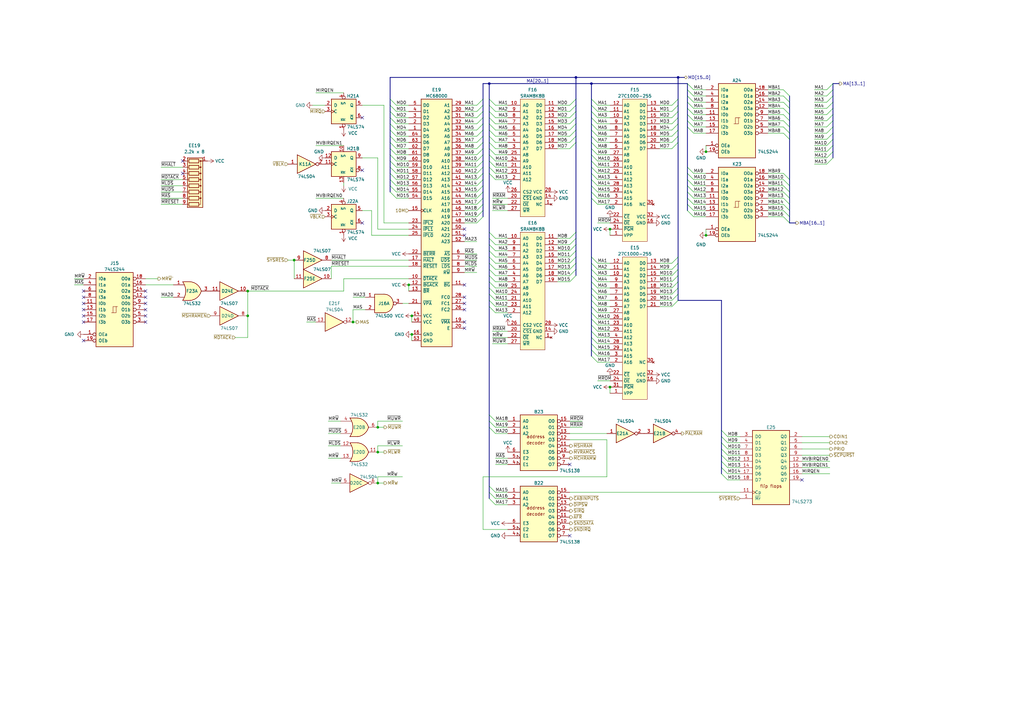
<source format=kicad_sch>
(kicad_sch (version 20230121) (generator eeschema)
  (paper "A3")
  (title_block (title "Gradius 3") (date "2024-04-11") (company "Konami GX945") (comment 1 "Ulf Skutnabba, twitter: @skutis77"))
  (junction (at 144.78 132.08))
  (junction (at 242.57 34.29))
  (junction (at 278.13 31.75))
  (junction (at 250.19 93.98))
  (junction (at 289.56 96.52))
  (junction (at 250.19 158.75))
  (junction (at 168.91 137.16))
  (junction (at 200.66 34.29))
  (junction (at 154.94 175.26))
  (junction (at 154.94 198.12))
  (junction (at 101.6 119.38))
  (junction (at 120.65 106.68))
  (junction (at 101.6 129.54))
  (junction (at 236.22 31.75))
  (junction (at 289.56 62.23))
  (junction (at 168.91 129.54))
  (junction (at 167.64 116.84))
  (junction (at 154.94 185.42))
  (no_connect (at 59.69 132.08))
  (no_connect (at 148.59 48.26))
  (no_connect (at 34.29 132.08))
  (no_connect (at 74.93 66.04))
  (no_connect (at 190.5 93.98))
  (no_connect (at 190.5 96.52))
  (no_connect (at 59.69 121.92))
  (no_connect (at 34.29 119.38))
  (no_connect (at 190.5 134.62))
  (no_connect (at 190.5 132.08))
  (no_connect (at 148.59 69.85))
  (no_connect (at 190.5 121.92))
  (no_connect (at 34.29 124.46))
  (no_connect (at 34.29 139.7))
  (no_connect (at 190.5 127))
  (no_connect (at 34.29 127))
  (no_connect (at 34.29 121.92))
  (no_connect (at 59.69 119.38))
  (no_connect (at 74.93 71.12))
  (no_connect (at 59.69 127))
  (no_connect (at 190.5 116.84))
  (no_connect (at 59.69 129.54))
  (no_connect (at 190.5 124.46))
  (no_connect (at 148.59 91.44))
  (no_connect (at 34.29 129.54))
  (no_connect (at 233.68 190.5))
  (no_connect (at 59.69 124.46))
  (no_connect (at 233.68 219.71))
  (no_connect (at 328.93 196.85))
  (bus_entry (at 242.57 146.05) (size 2.54 2.54))
  (bus_entry (at 236.22 55.88) (size -2.54 2.54))
  (bus_entry (at 203.2 120.65) (size -2.54 -2.54))
  (bus_entry (at 242.57 48.26) (size 2.54 2.54))
  (bus_entry (at 281.94 41.91) (size 2.54 2.54))
  (bus_entry (at 295.91 179.07) (size 2.54 2.54))
  (bus_entry (at 195.58 58.42) (size 2.54 -2.54))
  (bus_entry (at 203.2 53.34) (size -2.54 -2.54))
  (bus_entry (at 242.57 78.74) (size 2.54 2.54))
  (bus_entry (at 281.94 73.66) (size 2.54 2.54))
  (bus_entry (at 160.02 48.26) (size 2.54 2.54))
  (bus_entry (at 278.13 55.88) (size -2.54 2.54))
  (bus_entry (at 242.57 128.27) (size 2.54 2.54))
  (bus_entry (at 195.58 48.26) (size 2.54 -2.54))
  (bus_entry (at 236.22 100.33) (size -2.54 2.54))
  (bus_entry (at 160.02 55.88) (size 2.54 2.54))
  (bus_entry (at 339.09 62.23) (size 2.54 -2.54))
  (bus_entry (at 323.85 88.9) (size -2.54 -2.54))
  (bus_entry (at 281.94 86.36) (size 2.54 2.54))
  (bus_entry (at 236.22 107.95) (size -2.54 2.54))
  (bus_entry (at 236.22 95.25) (size -2.54 2.54))
  (bus_entry (at 295.91 191.77) (size 2.54 2.54))
  (bus_entry (at 242.57 68.58) (size 2.54 2.54))
  (bus_entry (at 323.85 41.91) (size -2.54 -2.54))
  (bus_entry (at 242.57 53.34) (size 2.54 2.54))
  (bus_entry (at 160.02 73.66) (size 2.54 2.54))
  (bus_entry (at 323.85 39.37) (size -2.54 -2.54))
  (bus_entry (at 278.13 110.49) (size -2.54 2.54))
  (bus_entry (at 242.57 135.89) (size 2.54 2.54))
  (bus_entry (at 323.85 76.2) (size -2.54 -2.54))
  (bus_entry (at 203.2 73.66) (size -2.54 -2.54))
  (bus_entry (at 236.22 53.34) (size -2.54 2.54))
  (bus_entry (at 242.57 55.88) (size 2.54 2.54))
  (bus_entry (at 236.22 113.03) (size -2.54 2.54))
  (bus_entry (at 278.13 105.41) (size -2.54 2.54))
  (bus_entry (at 281.94 71.12) (size 2.54 2.54))
  (bus_entry (at 281.94 49.53) (size 2.54 2.54))
  (bus_entry (at 242.57 123.19) (size 2.54 2.54))
  (bus_entry (at 200.66 204.47) (size 2.54 2.54))
  (bus_entry (at 295.91 181.61) (size 2.54 2.54))
  (bus_entry (at 242.57 45.72) (size 2.54 2.54))
  (bus_entry (at 195.58 43.18) (size 2.54 -2.54))
  (bus_entry (at 236.22 50.8) (size -2.54 2.54))
  (bus_entry (at 203.2 50.8) (size -2.54 -2.54))
  (bus_entry (at 323.85 73.66) (size -2.54 -2.54))
  (bus_entry (at 278.13 43.18) (size -2.54 2.54))
  (bus_entry (at 339.09 67.31) (size 2.54 -2.54))
  (bus_entry (at 203.2 58.42) (size -2.54 -2.54))
  (bus_entry (at 281.94 81.28) (size 2.54 2.54))
  (bus_entry (at 195.58 53.34) (size 2.54 -2.54))
  (bus_entry (at 203.2 123.19) (size -2.54 -2.54))
  (bus_entry (at 339.09 41.91) (size 2.54 -2.54))
  (bus_entry (at 236.22 110.49) (size -2.54 2.54))
  (bus_entry (at 242.57 50.8) (size 2.54 2.54))
  (bus_entry (at 203.2 115.57) (size -2.54 -2.54))
  (bus_entry (at 242.57 76.2) (size 2.54 2.54))
  (bus_entry (at 203.2 118.11) (size -2.54 -2.54))
  (bus_entry (at 323.85 52.07) (size -2.54 -2.54))
  (bus_entry (at 339.09 44.45) (size 2.54 -2.54))
  (bus_entry (at 281.94 36.83) (size 2.54 2.54))
  (bus_entry (at 160.02 50.8) (size 2.54 2.54))
  (bus_entry (at 278.13 40.64) (size -2.54 2.54))
  (bus_entry (at 160.02 78.74) (size 2.54 2.54))
  (bus_entry (at 281.94 46.99) (size 2.54 2.54))
  (bus_entry (at 242.57 113.03) (size 2.54 2.54))
  (bus_entry (at 236.22 40.64) (size -2.54 2.54))
  (bus_entry (at 203.2 125.73) (size -2.54 -2.54))
  (bus_entry (at 278.13 118.11) (size -2.54 2.54))
  (bus_entry (at 195.58 71.12) (size 2.54 -2.54))
  (bus_entry (at 323.85 54.61) (size -2.54 -2.54))
  (bus_entry (at 278.13 45.72) (size -2.54 2.54))
  (bus_entry (at 236.22 58.42) (size -2.54 2.54))
  (bus_entry (at 242.57 130.81) (size 2.54 2.54))
  (bus_entry (at 278.13 115.57) (size -2.54 2.54))
  (bus_entry (at 323.85 81.28) (size -2.54 -2.54))
  (bus_entry (at 160.02 40.64) (size 2.54 2.54))
  (bus_entry (at 242.57 81.28) (size 2.54 2.54))
  (bus_entry (at 200.66 170.18) (size 2.54 2.54))
  (bus_entry (at 242.57 66.04) (size 2.54 2.54))
  (bus_entry (at 160.02 71.12) (size 2.54 2.54))
  (bus_entry (at 281.94 34.29) (size 2.54 2.54))
  (bus_entry (at 339.09 57.15) (size 2.54 -2.54))
  (bus_entry (at 236.22 48.26) (size -2.54 2.54))
  (bus_entry (at 242.57 105.41) (size 2.54 2.54))
  (bus_entry (at 160.02 53.34) (size 2.54 2.54))
  (bus_entry (at 195.58 88.9) (size 2.54 -2.54))
  (bus_entry (at 339.09 36.83) (size 2.54 -2.54))
  (bus_entry (at 278.13 48.26) (size -2.54 2.54))
  (bus_entry (at 242.57 63.5) (size 2.54 2.54))
  (bus_entry (at 242.57 107.95) (size 2.54 2.54))
  (bus_entry (at 242.57 138.43) (size 2.54 2.54))
  (bus_entry (at 323.85 86.36) (size -2.54 -2.54))
  (bus_entry (at 236.22 45.72) (size -2.54 2.54))
  (bus_entry (at 242.57 125.73) (size 2.54 2.54))
  (bus_entry (at 236.22 97.79) (size -2.54 2.54))
  (bus_entry (at 160.02 45.72) (size 2.54 2.54))
  (bus_entry (at 339.09 54.61) (size 2.54 -2.54))
  (bus_entry (at 295.91 194.31) (size 2.54 2.54))
  (bus_entry (at 203.2 100.33) (size -2.54 -2.54))
  (bus_entry (at 160.02 60.96) (size 2.54 2.54))
  (bus_entry (at 295.91 186.69) (size 2.54 2.54))
  (bus_entry (at 278.13 58.42) (size -2.54 2.54))
  (bus_entry (at 323.85 46.99) (size -2.54 -2.54))
  (bus_entry (at 203.2 48.26) (size -2.54 -2.54))
  (bus_entry (at 236.22 43.18) (size -2.54 2.54))
  (bus_entry (at 323.85 91.44) (size -2.54 -2.54))
  (bus_entry (at 339.09 46.99) (size 2.54 -2.54))
  (bus_entry (at 160.02 68.58) (size 2.54 2.54))
  (bus_entry (at 242.57 73.66) (size 2.54 2.54))
  (bus_entry (at 195.58 50.8) (size 2.54 -2.54))
  (bus_entry (at 195.58 78.74) (size 2.54 -2.54))
  (bus_entry (at 200.66 201.93) (size 2.54 2.54))
  (bus_entry (at 203.2 63.5) (size -2.54 -2.54))
  (bus_entry (at 203.2 45.72) (size -2.54 -2.54))
  (bus_entry (at 203.2 71.12) (size -2.54 -2.54))
  (bus_entry (at 242.57 118.11) (size 2.54 2.54))
  (bus_entry (at 203.2 107.95) (size -2.54 -2.54))
  (bus_entry (at 295.91 189.23) (size 2.54 2.54))
  (bus_entry (at 203.2 102.87) (size -2.54 -2.54))
  (bus_entry (at 203.2 68.58) (size -2.54 -2.54))
  (bus_entry (at 195.58 76.2) (size 2.54 -2.54))
  (bus_entry (at 195.58 60.96) (size 2.54 -2.54))
  (bus_entry (at 281.94 52.07) (size 2.54 2.54))
  (bus_entry (at 203.2 128.27) (size -2.54 -2.54))
  (bus_entry (at 236.22 105.41) (size -2.54 2.54))
  (bus_entry (at 203.2 110.49) (size -2.54 -2.54))
  (bus_entry (at 278.13 53.34) (size -2.54 2.54))
  (bus_entry (at 278.13 107.95) (size -2.54 2.54))
  (bus_entry (at 242.57 120.65) (size 2.54 2.54))
  (bus_entry (at 323.85 49.53) (size -2.54 -2.54))
  (bus_entry (at 203.2 113.03) (size -2.54 -2.54))
  (bus_entry (at 195.58 45.72) (size 2.54 -2.54))
  (bus_entry (at 281.94 78.74) (size 2.54 2.54))
  (bus_entry (at 278.13 123.19) (size -2.54 2.54))
  (bus_entry (at 200.66 175.26) (size 2.54 2.54))
  (bus_entry (at 200.66 199.39) (size 2.54 2.54))
  (bus_entry (at 295.91 184.15) (size 2.54 2.54))
  (bus_entry (at 323.85 44.45) (size -2.54 -2.54))
  (bus_entry (at 203.2 60.96) (size -2.54 -2.54))
  (bus_entry (at 195.58 63.5) (size 2.54 -2.54))
  (bus_entry (at 242.57 133.35) (size 2.54 2.54))
  (bus_entry (at 195.58 73.66) (size 2.54 -2.54))
  (bus_entry (at 242.57 110.49) (size 2.54 2.54))
  (bus_entry (at 160.02 76.2) (size 2.54 2.54))
  (bus_entry (at 160.02 66.04) (size 2.54 2.54))
  (bus_entry (at 278.13 120.65) (size -2.54 2.54))
  (bus_entry (at 323.85 78.74) (size -2.54 -2.54))
  (bus_entry (at 242.57 43.18) (size 2.54 2.54))
  (bus_entry (at 195.58 66.04) (size 2.54 -2.54))
  (bus_entry (at 242.57 140.97) (size 2.54 2.54))
  (bus_entry (at 203.2 97.79) (size -2.54 -2.54))
  (bus_entry (at 195.58 55.88) (size 2.54 -2.54))
  (bus_entry (at 281.94 68.58) (size 2.54 2.54))
  (bus_entry (at 203.2 66.04) (size -2.54 -2.54))
  (bus_entry (at 160.02 58.42) (size 2.54 2.54))
  (bus_entry (at 281.94 76.2) (size 2.54 2.54))
  (bus_entry (at 195.58 83.82) (size 2.54 -2.54))
  (bus_entry (at 323.85 83.82) (size -2.54 -2.54))
  (bus_entry (at 195.58 81.28) (size 2.54 -2.54))
  (bus_entry (at 339.09 49.53) (size 2.54 -2.54))
  (bus_entry (at 281.94 44.45) (size 2.54 2.54))
  (bus_entry (at 160.02 63.5) (size 2.54 2.54))
  (bus_entry (at 323.85 57.15) (size -2.54 -2.54))
  (bus_entry (at 195.58 68.58) (size 2.54 -2.54))
  (bus_entry (at 203.2 43.18) (size -2.54 -2.54))
  (bus_entry (at 242.57 71.12) (size 2.54 2.54))
  (bus_entry (at 195.58 86.36) (size 2.54 -2.54))
  (bus_entry (at 339.09 39.37) (size 2.54 -2.54))
  (bus_entry (at 242.57 58.42) (size 2.54 2.54))
  (bus_entry (at 203.2 105.41) (size -2.54 -2.54))
  (bus_entry (at 236.22 102.87) (size -2.54 2.54))
  (bus_entry (at 295.91 176.53) (size 2.54 2.54))
  (bus_entry (at 281.94 39.37) (size 2.54 2.54))
  (bus_entry (at 339.09 59.69) (size 2.54 -2.54))
  (bus_entry (at 160.02 43.18) (size 2.54 2.54))
  (bus_entry (at 195.58 91.44) (size 2.54 -2.54))
  (bus_entry (at 281.94 83.82) (size 2.54 2.54))
  (bus_entry (at 242.57 60.96) (size 2.54 2.54))
  (bus_entry (at 242.57 115.57) (size 2.54 2.54))
  (bus_entry (at 278.13 50.8) (size -2.54 2.54))
  (bus_entry (at 242.57 40.64) (size 2.54 2.54))
  (bus_entry (at 339.09 64.77) (size 2.54 -2.54))
  (bus_entry (at 203.2 55.88) (size -2.54 -2.54))
  (bus_entry (at 278.13 113.03) (size -2.54 2.54))
  (bus_entry (at 200.66 172.72) (size 2.54 2.54))
  (bus_entry (at 242.57 143.51) (size 2.54 2.54))
  (bus_entry (at 339.09 52.07) (size 2.54 -2.54))
  (wire (pts (xy 208.28 120.65) (xy 203.2 120.65)))
  (bus (pts (xy 242.57 45.72) (xy 242.57 48.26)))
  (bus (pts (xy 236.22 105.41) (xy 236.22 107.95)))
  (bus (pts (xy 323.85 57.15) (xy 323.85 54.61)))
  (bus (pts (xy 200.66 97.79) (xy 200.66 100.33)))
  (wire (pts (xy 245.11 130.81) (xy 250.19 130.81)))
  (bus (pts (xy 323.85 54.61) (xy 323.85 52.07)))
  (bus (pts (xy 242.57 120.65) (xy 242.57 123.19)))
  (bus (pts (xy 278.13 50.8) (xy 278.13 48.26)))
  (bus (pts (xy 281.94 52.07) (xy 281.94 68.58)))
  (wire (pts (xy 208.28 128.27) (xy 203.2 128.27)))
  (bus (pts (xy 278.13 115.57) (xy 278.13 113.03)))
  (wire (pts (xy 314.96 86.36) (xy 321.31 86.36)))
  (bus (pts (xy 242.57 118.11) (xy 242.57 120.65)))
  (wire (pts (xy 245.11 73.66) (xy 250.19 73.66)))
  (bus (pts (xy 278.13 123.19) (xy 278.13 120.65)))
  (bus (pts (xy 242.57 71.12) (xy 242.57 73.66)))
  (wire (pts (xy 228.6 55.88) (xy 233.68 55.88)))
  (wire (pts (xy 190.5 104.14) (xy 195.58 104.14)))
  (bus (pts (xy 242.57 68.58) (xy 242.57 71.12)))
  (wire (pts (xy 334.01 52.07) (xy 339.09 52.07)))
  (wire (pts (xy 190.5 76.2) (xy 195.58 76.2)))
  (wire (pts (xy 208.28 55.88) (xy 203.2 55.88)))
  (bus (pts (xy 341.63 49.53) (xy 341.63 52.07)))
  (bus (pts (xy 200.66 113.03) (xy 200.66 115.57)))
  (bus (pts (xy 198.12 40.64) (xy 198.12 43.18)))
  (wire (pts (xy 144.78 121.92) (xy 149.86 121.92)))
  (wire (pts (xy 334.01 49.53) (xy 339.09 49.53)))
  (wire (pts (xy 233.68 175.26) (xy 238.76 175.26)))
  (wire (pts (xy 162.56 50.8) (xy 167.64 50.8)))
  (bus (pts (xy 242.57 135.89) (xy 242.57 138.43)))
  (wire (pts (xy 154.94 64.77) (xy 154.94 93.98)))
  (bus (pts (xy 278.13 58.42) (xy 278.13 55.88)))
  (wire (pts (xy 245.11 50.8) (xy 250.19 50.8)))
  (wire (pts (xy 118.11 106.68) (xy 120.65 106.68)))
  (bus (pts (xy 200.66 48.26) (xy 200.66 50.8)))
  (bus (pts (xy 236.22 31.75) (xy 236.22 40.64)))
  (wire (pts (xy 245.11 120.65) (xy 250.19 120.65)))
  (wire (pts (xy 284.48 36.83) (xy 289.56 36.83)))
  (bus (pts (xy 281.94 41.91) (xy 281.94 44.45)))
  (wire (pts (xy 284.48 52.07) (xy 289.56 52.07)))
  (wire (pts (xy 162.56 45.72) (xy 167.64 45.72)))
  (wire (pts (xy 245.11 55.88) (xy 250.19 55.88)))
  (wire (pts (xy 334.01 41.91) (xy 339.09 41.91)))
  (bus (pts (xy 236.22 102.87) (xy 236.22 105.41)))
  (wire (pts (xy 298.45 194.31) (xy 303.53 194.31)))
  (wire (pts (xy 245.11 110.49) (xy 250.19 110.49)))
  (bus (pts (xy 160.02 66.04) (xy 160.02 68.58)))
  (bus (pts (xy 323.85 83.82) (xy 323.85 81.28)))
  (bus (pts (xy 236.22 107.95) (xy 236.22 110.49)))
  (wire (pts (xy 135.89 198.12) (xy 139.7 198.12)))
  (bus (pts (xy 341.63 62.23) (xy 341.63 64.77)))
  (wire (pts (xy 298.45 184.15) (xy 303.53 184.15)))
  (wire (pts (xy 162.56 60.96) (xy 167.64 60.96)))
  (wire (pts (xy 203.2 201.93) (xy 208.28 201.93)))
  (bus (pts (xy 323.85 52.07) (xy 323.85 49.53)))
  (bus (pts (xy 281.94 81.28) (xy 281.94 83.82)))
  (wire (pts (xy 203.2 177.8) (xy 208.28 177.8)))
  (bus (pts (xy 281.94 44.45) (xy 281.94 46.99)))
  (wire (pts (xy 66.04 76.2) (xy 74.93 76.2)))
  (bus (pts (xy 278.13 107.95) (xy 278.13 105.41)))
  (bus (pts (xy 242.57 81.28) (xy 242.57 105.41)))
  (wire (pts (xy 233.68 180.34) (xy 248.92 180.34)))
  (wire (pts (xy 284.48 78.74) (xy 289.56 78.74)))
  (bus (pts (xy 236.22 31.75) (xy 278.13 31.75)))
  (bus (pts (xy 341.63 34.29) (xy 341.63 36.83)))
  (wire (pts (xy 250.19 93.98) (xy 250.19 96.52)))
  (wire (pts (xy 162.56 58.42) (xy 167.64 58.42)))
  (bus (pts (xy 200.66 45.72) (xy 200.66 48.26)))
  (wire (pts (xy 190.5 106.68) (xy 195.58 106.68)))
  (wire (pts (xy 190.5 71.12) (xy 195.58 71.12)))
  (wire (pts (xy 201.93 81.28) (xy 208.28 81.28)))
  (bus (pts (xy 200.66 172.72) (xy 200.66 175.26)))
  (bus (pts (xy 160.02 50.8) (xy 160.02 53.34)))
  (wire (pts (xy 284.48 54.61) (xy 289.56 54.61)))
  (bus (pts (xy 295.91 189.23) (xy 295.91 191.77)))
  (wire (pts (xy 233.68 115.57) (xy 228.6 115.57)))
  (bus (pts (xy 242.57 130.81) (xy 242.57 133.35)))
  (wire (pts (xy 157.48 91.44) (xy 167.64 91.44)))
  (bus (pts (xy 242.57 113.03) (xy 242.57 115.57)))
  (wire (pts (xy 275.59 115.57) (xy 270.51 115.57)))
  (bus (pts (xy 341.63 34.29) (xy 344.17 34.29)))
  (wire (pts (xy 190.5 109.22) (xy 195.58 109.22)))
  (wire (pts (xy 270.51 45.72) (xy 275.59 45.72)))
  (wire (pts (xy 120.65 106.68) (xy 120.65 114.3)))
  (bus (pts (xy 295.91 186.69) (xy 295.91 189.23)))
  (bus (pts (xy 281.94 78.74) (xy 281.94 81.28)))
  (wire (pts (xy 208.28 43.18) (xy 203.2 43.18)))
  (bus (pts (xy 200.66 60.96) (xy 200.66 63.5)))
  (bus (pts (xy 200.66 66.04) (xy 200.66 68.58)))
  (bus (pts (xy 278.13 40.64) (xy 278.13 31.75)))
  (wire (pts (xy 284.48 73.66) (xy 289.56 73.66)))
  (wire (pts (xy 162.56 78.74) (xy 167.64 78.74)))
  (bus (pts (xy 278.13 31.75) (xy 280.67 31.75)))
  (wire (pts (xy 334.01 64.77) (xy 339.09 64.77)))
  (wire (pts (xy 314.96 73.66) (xy 321.31 73.66)))
  (wire (pts (xy 233.68 107.95) (xy 228.6 107.95)))
  (wire (pts (xy 190.5 81.28) (xy 195.58 81.28)))
  (bus (pts (xy 281.94 39.37) (xy 281.94 41.91)))
  (bus (pts (xy 236.22 100.33) (xy 236.22 102.87)))
  (wire (pts (xy 245.11 63.5) (xy 250.19 63.5)))
  (bus (pts (xy 341.63 52.07) (xy 341.63 54.61)))
  (wire (pts (xy 228.6 48.26) (xy 233.68 48.26)))
  (bus (pts (xy 200.66 102.87) (xy 200.66 105.41)))
  (bus (pts (xy 236.22 48.26) (xy 236.22 50.8)))
  (wire (pts (xy 334.01 54.61) (xy 339.09 54.61)))
  (wire (pts (xy 208.28 125.73) (xy 203.2 125.73)))
  (bus (pts (xy 236.22 40.64) (xy 236.22 43.18)))
  (wire (pts (xy 135.89 114.3) (xy 135.89 109.22)))
  (wire (pts (xy 334.01 36.83) (xy 339.09 36.83)))
  (bus (pts (xy 242.57 66.04) (xy 242.57 68.58)))
  (wire (pts (xy 201.93 86.36) (xy 208.28 86.36)))
  (bus (pts (xy 341.63 54.61) (xy 341.63 57.15)))
  (wire (pts (xy 208.28 100.33) (xy 203.2 100.33)))
  (wire (pts (xy 314.96 39.37) (xy 321.31 39.37)))
  (bus (pts (xy 341.63 59.69) (xy 341.63 62.23)))
  (wire (pts (xy 190.5 99.06) (xy 195.58 99.06)))
  (bus (pts (xy 198.12 73.66) (xy 198.12 76.2)))
  (wire (pts (xy 245.11 66.04) (xy 250.19 66.04)))
  (wire (pts (xy 190.5 60.96) (xy 195.58 60.96)))
  (bus (pts (xy 281.94 46.99) (xy 281.94 49.53)))
  (wire (pts (xy 190.5 111.76) (xy 195.58 111.76)))
  (bus (pts (xy 278.13 120.65) (xy 278.13 118.11)))
  (bus (pts (xy 341.63 39.37) (xy 341.63 41.91)))
  (wire (pts (xy 245.11 115.57) (xy 250.19 115.57)))
  (wire (pts (xy 270.51 50.8) (xy 275.59 50.8)))
  (bus (pts (xy 198.12 50.8) (xy 198.12 53.34)))
  (wire (pts (xy 140.97 74.93) (xy 140.97 76.2)))
  (wire (pts (xy 275.59 125.73) (xy 270.51 125.73)))
  (wire (pts (xy 228.6 45.72) (xy 233.68 45.72)))
  (bus (pts (xy 281.94 83.82) (xy 281.94 86.36)))
  (bus (pts (xy 200.66 34.29) (xy 242.57 34.29)))
  (bus (pts (xy 242.57 53.34) (xy 242.57 55.88)))
  (bus (pts (xy 323.85 91.44) (xy 323.85 88.9)))
  (wire (pts (xy 165.1 124.46) (xy 167.64 124.46)))
  (wire (pts (xy 208.28 71.12) (xy 203.2 71.12)))
  (wire (pts (xy 190.5 50.8) (xy 195.58 50.8)))
  (wire (pts (xy 66.04 83.82) (xy 74.93 83.82)))
  (bus (pts (xy 200.66 118.11) (xy 200.66 120.65)))
  (wire (pts (xy 190.5 73.66) (xy 195.58 73.66)))
  (wire (pts (xy 270.51 53.34) (xy 275.59 53.34)))
  (wire (pts (xy 233.68 110.49) (xy 228.6 110.49)))
  (wire (pts (xy 154.94 195.58) (xy 165.1 195.58)))
  (wire (pts (xy 289.56 93.98) (xy 289.56 96.52)))
  (wire (pts (xy 162.56 71.12) (xy 167.64 71.12)))
  (bus (pts (xy 198.12 53.34) (xy 198.12 55.88)))
  (bus (pts (xy 198.12 60.96) (xy 198.12 63.5)))
  (bus (pts (xy 236.22 45.72) (xy 236.22 48.26)))
  (wire (pts (xy 275.59 118.11) (xy 270.51 118.11)))
  (bus (pts (xy 278.13 113.03) (xy 278.13 110.49)))
  (bus (pts (xy 200.66 120.65) (xy 200.66 123.19)))
  (wire (pts (xy 146.05 132.08) (xy 144.78 132.08)))
  (wire (pts (xy 157.48 185.42) (xy 154.94 185.42)))
  (wire (pts (xy 250.19 158.75) (xy 250.19 161.29)))
  (bus (pts (xy 236.22 110.49) (xy 236.22 113.03)))
  (wire (pts (xy 201.93 83.82) (xy 208.28 83.82)))
  (bus (pts (xy 278.13 45.72) (xy 278.13 43.18)))
  (bus (pts (xy 341.63 57.15) (xy 341.63 59.69)))
  (bus (pts (xy 242.57 43.18) (xy 242.57 45.72)))
  (bus (pts (xy 236.22 97.79) (xy 236.22 100.33)))
  (bus (pts (xy 323.85 41.91) (xy 323.85 39.37)))
  (wire (pts (xy 314.96 76.2) (xy 321.31 76.2)))
  (wire (pts (xy 162.56 66.04) (xy 167.64 66.04)))
  (bus (pts (xy 200.66 199.39) (xy 200.66 201.93)))
  (bus (pts (xy 160.02 73.66) (xy 160.02 76.2)))
  (bus (pts (xy 160.02 53.34) (xy 160.02 55.88)))
  (wire (pts (xy 314.96 81.28) (xy 321.31 81.28)))
  (bus (pts (xy 160.02 43.18) (xy 160.02 45.72)))
  (wire (pts (xy 190.5 68.58) (xy 195.58 68.58)))
  (wire (pts (xy 66.04 73.66) (xy 74.93 73.66)))
  (wire (pts (xy 328.93 189.23) (xy 340.36 189.23)))
  (wire (pts (xy 228.6 43.18) (xy 233.68 43.18)))
  (bus (pts (xy 200.66 34.29) (xy 200.66 40.64)))
  (wire (pts (xy 162.56 73.66) (xy 167.64 73.66)))
  (bus (pts (xy 200.66 105.41) (xy 200.66 107.95)))
  (wire (pts (xy 245.11 81.28) (xy 250.19 81.28)))
  (bus (pts (xy 200.66 100.33) (xy 200.66 102.87)))
  (wire (pts (xy 314.96 54.61) (xy 321.31 54.61)))
  (bus (pts (xy 200.66 50.8) (xy 200.66 53.34)))
  (wire (pts (xy 245.11 140.97) (xy 250.19 140.97)))
  (wire (pts (xy 208.28 107.95) (xy 203.2 107.95)))
  (wire (pts (xy 228.6 53.34) (xy 233.68 53.34)))
  (bus (pts (xy 278.13 110.49) (xy 278.13 107.95)))
  (bus (pts (xy 200.66 55.88) (xy 200.66 58.42)))
  (wire (pts (xy 154.94 93.98) (xy 167.64 93.98)))
  (wire (pts (xy 245.11 71.12) (xy 250.19 71.12)))
  (wire (pts (xy 208.28 50.8) (xy 203.2 50.8)))
  (bus (pts (xy 323.85 76.2) (xy 323.85 73.66)))
  (wire (pts (xy 314.96 46.99) (xy 321.31 46.99)))
  (wire (pts (xy 208.28 123.19) (xy 203.2 123.19)))
  (bus (pts (xy 295.91 181.61) (xy 295.91 184.15)))
  (bus (pts (xy 200.66 58.42) (xy 200.66 60.96)))
  (bus (pts (xy 236.22 50.8) (xy 236.22 53.34)))
  (bus (pts (xy 200.66 125.73) (xy 200.66 170.18)))
  (bus (pts (xy 160.02 40.64) (xy 160.02 43.18)))
  (bus (pts (xy 198.12 63.5) (xy 198.12 66.04)))
  (wire (pts (xy 134.62 182.88) (xy 139.7 182.88)))
  (wire (pts (xy 148.59 64.77) (xy 154.94 64.77)))
  (wire (pts (xy 298.45 191.77) (xy 303.53 191.77)))
  (wire (pts (xy 203.2 172.72) (xy 208.28 172.72)))
  (wire (pts (xy 275.59 113.03) (xy 270.51 113.03)))
  (wire (pts (xy 208.28 58.42) (xy 203.2 58.42)))
  (bus (pts (xy 278.13 55.88) (xy 278.13 53.34)))
  (bus (pts (xy 341.63 36.83) (xy 341.63 39.37)))
  (bus (pts (xy 198.12 78.74) (xy 198.12 81.28)))
  (bus (pts (xy 323.85 88.9) (xy 323.85 86.36)))
  (wire (pts (xy 314.96 41.91) (xy 321.31 41.91)))
  (wire (pts (xy 30.48 114.3) (xy 34.29 114.3)))
  (wire (pts (xy 198.12 195.58) (xy 198.12 217.17)))
  (wire (pts (xy 228.6 60.96) (xy 233.68 60.96)))
  (wire (pts (xy 298.45 189.23) (xy 303.53 189.23)))
  (wire (pts (xy 334.01 46.99) (xy 339.09 46.99)))
  (wire (pts (xy 162.56 55.88) (xy 167.64 55.88)))
  (bus (pts (xy 160.02 76.2) (xy 160.02 78.74)))
  (wire (pts (xy 275.59 110.49) (xy 270.51 110.49)))
  (bus (pts (xy 295.91 123.19) (xy 295.91 176.53)))
  (wire (pts (xy 284.48 41.91) (xy 289.56 41.91)))
  (wire (pts (xy 340.36 179.07) (xy 328.93 179.07)))
  (wire (pts (xy 157.48 175.26) (xy 154.94 175.26)))
  (wire (pts (xy 245.11 78.74) (xy 250.19 78.74)))
  (wire (pts (xy 140.97 114.3) (xy 167.64 114.3)))
  (wire (pts (xy 245.11 83.82) (xy 250.19 83.82)))
  (wire (pts (xy 233.68 172.72) (xy 238.76 172.72)))
  (bus (pts (xy 160.02 55.88) (xy 160.02 58.42)))
  (wire (pts (xy 284.48 71.12) (xy 289.56 71.12)))
  (wire (pts (xy 208.28 53.34) (xy 203.2 53.34)))
  (bus (pts (xy 281.94 68.58) (xy 281.94 71.12)))
  (wire (pts (xy 245.11 125.73) (xy 250.19 125.73)))
  (wire (pts (xy 154.94 185.42) (xy 154.94 182.88)))
  (wire (pts (xy 314.96 83.82) (xy 321.31 83.82)))
  (bus (pts (xy 242.57 105.41) (xy 242.57 107.95)))
  (wire (pts (xy 208.28 113.03) (xy 203.2 113.03)))
  (wire (pts (xy 154.94 198.12) (xy 154.94 195.58)))
  (wire (pts (xy 245.11 138.43) (xy 250.19 138.43)))
  (wire (pts (xy 245.11 68.58) (xy 250.19 68.58)))
  (wire (pts (xy 270.51 48.26) (xy 275.59 48.26)))
  (bus (pts (xy 242.57 48.26) (xy 242.57 50.8)))
  (bus (pts (xy 323.85 49.53) (xy 323.85 46.99)))
  (wire (pts (xy 101.6 119.38) (xy 140.97 119.38)))
  (wire (pts (xy 245.11 148.59) (xy 250.19 148.59)))
  (bus (pts (xy 281.94 73.66) (xy 281.94 76.2)))
  (wire (pts (xy 190.5 58.42) (xy 195.58 58.42)))
  (bus (pts (xy 160.02 40.64) (xy 160.02 31.75)))
  (wire (pts (xy 245.11 118.11) (xy 250.19 118.11)))
  (wire (pts (xy 64.77 114.3) (xy 59.69 114.3)))
  (wire (pts (xy 208.28 73.66) (xy 203.2 73.66)))
  (bus (pts (xy 160.02 68.58) (xy 160.02 71.12)))
  (bus (pts (xy 242.57 34.29) (xy 281.94 34.29)))
  (wire (pts (xy 314.96 49.53) (xy 321.31 49.53)))
  (wire (pts (xy 201.93 140.97) (xy 208.28 140.97)))
  (wire (pts (xy 284.48 39.37) (xy 289.56 39.37)))
  (wire (pts (xy 245.11 135.89) (xy 250.19 135.89)))
  (bus (pts (xy 242.57 140.97) (xy 242.57 143.51)))
  (bus (pts (xy 242.57 123.19) (xy 242.57 125.73)))
  (wire (pts (xy 270.51 43.18) (xy 275.59 43.18)))
  (wire (pts (xy 208.28 66.04) (xy 203.2 66.04)))
  (bus (pts (xy 278.13 123.19) (xy 295.91 123.19)))
  (bus (pts (xy 242.57 107.95) (xy 242.57 110.49)))
  (wire (pts (xy 334.01 39.37) (xy 339.09 39.37)))
  (wire (pts (xy 129.54 59.69) (xy 140.97 59.69)))
  (bus (pts (xy 198.12 76.2) (xy 198.12 78.74)))
  (wire (pts (xy 30.48 116.84) (xy 34.29 116.84)))
  (wire (pts (xy 328.93 191.77) (xy 340.36 191.77)))
  (bus (pts (xy 198.12 34.29) (xy 200.66 34.29)))
  (bus (pts (xy 323.85 91.44) (xy 326.39 91.44)))
  (bus (pts (xy 242.57 73.66) (xy 242.57 76.2)))
  (wire (pts (xy 129.54 38.1) (xy 140.97 38.1)))
  (wire (pts (xy 275.59 123.19) (xy 270.51 123.19)))
  (wire (pts (xy 167.64 116.84) (xy 167.64 119.38)))
  (wire (pts (xy 135.89 109.22) (xy 167.64 109.22)))
  (wire (pts (xy 245.11 43.18) (xy 250.19 43.18)))
  (wire (pts (xy 208.28 102.87) (xy 203.2 102.87)))
  (wire (pts (xy 334.01 59.69) (xy 339.09 59.69)))
  (wire (pts (xy 190.5 55.88) (xy 195.58 55.88)))
  (wire (pts (xy 208.28 60.96) (xy 203.2 60.96)))
  (bus (pts (xy 198.12 43.18) (xy 198.12 45.72)))
  (wire (pts (xy 201.93 135.89) (xy 208.28 135.89)))
  (wire (pts (xy 340.36 184.15) (xy 328.93 184.15)))
  (bus (pts (xy 281.94 71.12) (xy 281.94 73.66)))
  (wire (pts (xy 334.01 44.45) (xy 339.09 44.45)))
  (bus (pts (xy 278.13 118.11) (xy 278.13 115.57)))
  (bus (pts (xy 295.91 184.15) (xy 295.91 186.69)))
  (wire (pts (xy 190.5 45.72) (xy 195.58 45.72)))
  (wire (pts (xy 233.68 177.8) (xy 248.92 177.8)))
  (wire (pts (xy 270.51 58.42) (xy 275.59 58.42)))
  (bus (pts (xy 323.85 86.36) (xy 323.85 83.82)))
  (wire (pts (xy 134.62 187.96) (xy 139.7 187.96)))
  (wire (pts (xy 190.5 43.18) (xy 195.58 43.18)))
  (wire (pts (xy 284.48 83.82) (xy 289.56 83.82)))
  (wire (pts (xy 245.11 123.19) (xy 250.19 123.19)))
  (wire (pts (xy 245.11 133.35) (xy 250.19 133.35)))
  (bus (pts (xy 281.94 76.2) (xy 281.94 78.74)))
  (wire (pts (xy 66.04 68.58) (xy 74.93 68.58)))
  (wire (pts (xy 245.11 58.42) (xy 250.19 58.42)))
  (bus (pts (xy 242.57 125.73) (xy 242.57 128.27)))
  (bus (pts (xy 242.57 60.96) (xy 242.57 63.5)))
  (wire (pts (xy 190.5 66.04) (xy 195.58 66.04)))
  (wire (pts (xy 101.6 138.43) (xy 101.6 129.54)))
  (wire (pts (xy 162.56 63.5) (xy 167.64 63.5)))
  (wire (pts (xy 289.56 59.69) (xy 289.56 62.23)))
  (bus (pts (xy 242.57 143.51) (xy 242.57 146.05)))
  (wire (pts (xy 190.5 78.74) (xy 195.58 78.74)))
  (wire (pts (xy 198.12 195.58) (xy 248.92 195.58)))
  (wire (pts (xy 152.4 96.52) (xy 152.4 86.36)))
  (bus (pts (xy 236.22 58.42) (xy 236.22 95.25)))
  (wire (pts (xy 340.36 186.69) (xy 328.93 186.69)))
  (wire (pts (xy 101.6 119.38) (xy 101.6 129.54)))
  (bus (pts (xy 242.57 40.64) (xy 242.57 43.18)))
  (bus (pts (xy 341.63 41.91) (xy 341.63 44.45)))
  (wire (pts (xy 154.94 175.26) (xy 154.94 172.72)))
  (wire (pts (xy 208.28 45.72) (xy 203.2 45.72)))
  (bus (pts (xy 281.94 49.53) (xy 281.94 52.07)))
  (bus (pts (xy 242.57 128.27) (xy 242.57 130.81)))
  (wire (pts (xy 233.68 113.03) (xy 228.6 113.03)))
  (bus (pts (xy 242.57 133.35) (xy 242.57 135.89)))
  (bus (pts (xy 200.66 201.93) (xy 200.66 204.47)))
  (bus (pts (xy 242.57 138.43) (xy 242.57 140.97)))
  (wire (pts (xy 190.5 91.44) (xy 195.58 91.44)))
  (bus (pts (xy 200.66 115.57) (xy 200.66 118.11)))
  (bus (pts (xy 198.12 48.26) (xy 198.12 50.8)))
  (bus (pts (xy 278.13 105.41) (xy 278.13 58.42)))
  (wire (pts (xy 275.59 107.95) (xy 270.51 107.95)))
  (bus (pts (xy 323.85 46.99) (xy 323.85 44.45)))
  (wire (pts (xy 190.5 88.9) (xy 195.58 88.9)))
  (wire (pts (xy 245.11 91.44) (xy 250.19 91.44)))
  (wire (pts (xy 340.36 181.61) (xy 328.93 181.61)))
  (bus (pts (xy 160.02 71.12) (xy 160.02 73.66)))
  (wire (pts (xy 190.5 83.82) (xy 195.58 83.82)))
  (bus (pts (xy 242.57 115.57) (xy 242.57 118.11)))
  (bus (pts (xy 295.91 179.07) (xy 295.91 181.61)))
  (wire (pts (xy 154.94 182.88) (xy 165.1 182.88)))
  (wire (pts (xy 245.11 45.72) (xy 250.19 45.72)))
  (wire (pts (xy 245.11 53.34) (xy 250.19 53.34)))
  (bus (pts (xy 200.66 53.34) (xy 200.66 55.88)))
  (wire (pts (xy 162.56 76.2) (xy 167.64 76.2)))
  (wire (pts (xy 162.56 48.26) (xy 167.64 48.26)))
  (wire (pts (xy 314.96 88.9) (xy 321.31 88.9)))
  (wire (pts (xy 125.73 132.08) (xy 129.54 132.08)))
  (wire (pts (xy 245.11 76.2) (xy 250.19 76.2)))
  (bus (pts (xy 323.85 73.66) (xy 323.85 57.15)))
  (bus (pts (xy 242.57 50.8) (xy 242.57 53.34)))
  (bus (pts (xy 236.22 95.25) (xy 236.22 97.79)))
  (wire (pts (xy 245.11 156.21) (xy 250.19 156.21)))
  (wire (pts (xy 144.78 132.08) (xy 144.78 127)))
  (bus (pts (xy 200.66 123.19) (xy 200.66 125.73)))
  (bus (pts (xy 236.22 43.18) (xy 236.22 45.72)))
  (wire (pts (xy 154.94 172.72) (xy 165.1 172.72)))
  (wire (pts (xy 203.2 175.26) (xy 208.28 175.26)))
  (wire (pts (xy 298.45 196.85) (xy 303.53 196.85)))
  (wire (pts (xy 190.5 86.36) (xy 195.58 86.36)))
  (wire (pts (xy 203.2 190.5) (xy 208.28 190.5)))
  (bus (pts (xy 341.63 44.45) (xy 341.63 46.99)))
  (bus (pts (xy 341.63 46.99) (xy 341.63 49.53)))
  (bus (pts (xy 160.02 58.42) (xy 160.02 60.96)))
  (wire (pts (xy 284.48 49.53) (xy 289.56 49.53)))
  (bus (pts (xy 323.85 78.74) (xy 323.85 76.2)))
  (wire (pts (xy 203.2 207.01) (xy 208.28 207.01)))
  (wire (pts (xy 162.56 81.28) (xy 167.64 81.28)))
  (bus (pts (xy 200.66 68.58) (xy 200.66 71.12)))
  (wire (pts (xy 314.96 36.83) (xy 321.31 36.83)))
  (bus (pts (xy 200.66 110.49) (xy 200.66 113.03)))
  (bus (pts (xy 278.13 48.26) (xy 278.13 45.72)))
  (wire (pts (xy 208.28 63.5) (xy 203.2 63.5)))
  (wire (pts (xy 162.56 53.34) (xy 167.64 53.34)))
  (wire (pts (xy 314.96 71.12) (xy 321.31 71.12)))
  (bus (pts (xy 323.85 81.28) (xy 323.85 78.74)))
  (bus (pts (xy 200.66 107.95) (xy 200.66 110.49)))
  (wire (pts (xy 157.48 43.18) (xy 157.48 91.44)))
  (wire (pts (xy 245.11 48.26) (xy 250.19 48.26)))
  (wire (pts (xy 245.11 146.05) (xy 250.19 146.05)))
  (wire (pts (xy 270.51 55.88) (xy 275.59 55.88)))
  (bus (pts (xy 236.22 55.88) (xy 236.22 58.42)))
  (bus (pts (xy 200.66 175.26) (xy 200.66 199.39)))
  (wire (pts (xy 298.45 181.61) (xy 303.53 181.61)))
  (wire (pts (xy 208.28 105.41) (xy 203.2 105.41)))
  (wire (pts (xy 208.28 68.58) (xy 203.2 68.58)))
  (bus (pts (xy 278.13 53.34) (xy 278.13 50.8)))
  (wire (pts (xy 190.5 63.5) (xy 195.58 63.5)))
  (wire (pts (xy 190.5 48.26) (xy 195.58 48.26)))
  (wire (pts (xy 275.59 120.65) (xy 270.51 120.65)))
  (wire (pts (xy 134.62 172.72) (xy 139.7 172.72)))
  (wire (pts (xy 298.45 186.69) (xy 303.53 186.69)))
  (wire (pts (xy 233.68 100.33) (xy 228.6 100.33)))
  (bus (pts (xy 198.12 71.12) (xy 198.12 73.66)))
  (wire (pts (xy 208.28 115.57) (xy 203.2 115.57)))
  (wire (pts (xy 66.04 81.28) (xy 74.93 81.28)))
  (wire (pts (xy 270.51 60.96) (xy 275.59 60.96)))
  (wire (pts (xy 201.93 138.43) (xy 208.28 138.43)))
  (bus (pts (xy 198.12 55.88) (xy 198.12 58.42)))
  (wire (pts (xy 66.04 121.92) (xy 71.12 121.92)))
  (wire (pts (xy 284.48 86.36) (xy 289.56 86.36)))
  (wire (pts (xy 208.28 110.49) (xy 203.2 110.49)))
  (wire (pts (xy 162.56 68.58) (xy 167.64 68.58)))
  (bus (pts (xy 160.02 31.75) (xy 236.22 31.75)))
  (wire (pts (xy 152.4 86.36) (xy 148.59 86.36)))
  (wire (pts (xy 228.6 50.8) (xy 233.68 50.8)))
  (bus (pts (xy 200.66 43.18) (xy 200.66 45.72)))
  (wire (pts (xy 148.59 43.18) (xy 157.48 43.18)))
  (bus (pts (xy 160.02 48.26) (xy 160.02 50.8)))
  (wire (pts (xy 284.48 44.45) (xy 289.56 44.45)))
  (bus (pts (xy 295.91 191.77) (xy 295.91 194.31)))
  (wire (pts (xy 334.01 67.31) (xy 339.09 67.31)))
  (bus (pts (xy 200.66 170.18) (xy 200.66 172.72)))
  (bus (pts (xy 198.12 40.64) (xy 198.12 34.29)))
  (wire (pts (xy 168.91 137.16) (xy 168.91 139.7)))
  (bus (pts (xy 198.12 68.58) (xy 198.12 71.12)))
  (wire (pts (xy 233.68 105.41) (xy 228.6 105.41)))
  (wire (pts (xy 245.11 143.51) (xy 250.19 143.51)))
  (wire (pts (xy 190.5 53.34) (xy 195.58 53.34)))
  (wire (pts (xy 144.78 127) (xy 149.86 127)))
  (bus (pts (xy 200.66 95.25) (xy 200.66 97.79)))
  (bus (pts (xy 198.12 66.04) (xy 198.12 68.58)))
  (wire (pts (xy 129.54 81.28) (xy 140.97 81.28)))
  (wire (pts (xy 135.89 106.68) (xy 167.64 106.68)))
  (wire (pts (xy 284.48 88.9) (xy 289.56 88.9)))
  (wire (pts (xy 248.92 180.34) (xy 248.92 195.58)))
  (wire (pts (xy 128.27 43.18) (xy 133.35 43.18)))
  (bus (pts (xy 281.94 36.83) (xy 281.94 39.37)))
  (bus (pts (xy 242.57 63.5) (xy 242.57 66.04)))
  (wire (pts (xy 66.04 78.74) (xy 74.93 78.74)))
  (wire (pts (xy 245.11 113.03) (xy 250.19 113.03)))
  (wire (pts (xy 96.52 138.43) (xy 101.6 138.43)))
  (wire (pts (xy 208.28 118.11) (xy 203.2 118.11)))
  (wire (pts (xy 245.11 128.27) (xy 250.19 128.27)))
  (wire (pts (xy 314.96 44.45) (xy 321.31 44.45)))
  (wire (pts (xy 203.2 187.96) (xy 208.28 187.96)))
  (bus (pts (xy 242.57 34.29) (xy 242.57 40.64)))
  (bus (pts (xy 160.02 60.96) (xy 160.02 63.5)))
  (wire (pts (xy 284.48 46.99) (xy 289.56 46.99)))
  (wire (pts (xy 198.12 217.17) (xy 208.28 217.17)))
  (bus (pts (xy 160.02 63.5) (xy 160.02 66.04)))
  (bus (pts (xy 295.91 176.53) (xy 295.91 179.07)))
  (wire (pts (xy 245.11 60.96) (xy 250.19 60.96)))
  (bus (pts (xy 242.57 76.2) (xy 242.57 78.74)))
  (wire (pts (xy 298.45 179.07) (xy 303.53 179.07)))
  (wire (pts (xy 233.68 97.79) (xy 228.6 97.79)))
  (bus (pts (xy 323.85 44.45) (xy 323.85 41.91)))
  (wire (pts (xy 284.48 81.28) (xy 289.56 81.28)))
  (wire (pts (xy 162.56 43.18) (xy 167.64 43.18)))
  (bus (pts (xy 198.12 83.82) (xy 198.12 86.36)))
  (bus (pts (xy 200.66 71.12) (xy 200.66 95.25)))
  (wire (pts (xy 314.96 78.74) (xy 321.31 78.74)))
  (bus (pts (xy 242.57 110.49) (xy 242.57 113.03)))
  (wire (pts (xy 284.48 76.2) (xy 289.56 76.2)))
  (wire (pts (xy 168.91 129.54) (xy 168.91 132.08)))
  (bus (pts (xy 198.12 45.72) (xy 198.12 48.26)))
  (bus (pts (xy 200.66 63.5) (xy 200.66 66.04)))
  (wire (pts (xy 152.4 96.52) (xy 167.64 96.52)))
  (wire (pts (xy 208.28 48.26) (xy 203.2 48.26)))
  (bus (pts (xy 278.13 43.18) (xy 278.13 40.64)))
  (wire (pts (xy 233.68 201.93) (xy 303.53 201.93)))
  (wire (pts (xy 59.69 116.84) (xy 71.12 116.84)))
  (bus (pts (xy 198.12 86.36) (xy 198.12 88.9)))
  (wire (pts (xy 314.96 52.07) (xy 321.31 52.07)))
  (bus (pts (xy 200.66 40.64) (xy 200.66 43.18)))
  (wire (pts (xy 228.6 58.42) (xy 233.68 58.42)))
  (wire (pts (xy 134.62 177.8) (xy 139.7 177.8)))
  (bus (pts (xy 198.12 81.28) (xy 198.12 83.82)))
  (wire (pts (xy 140.97 119.38) (xy 140.97 114.3)))
  (wire (pts (xy 328.93 194.31) (xy 340.36 194.31)))
  (bus (pts (xy 242.57 78.74) (xy 242.57 81.28)))
  (wire (pts (xy 203.2 204.47) (xy 208.28 204.47)))
  (wire (pts (xy 208.28 97.79) (xy 203.2 97.79)))
  (bus (pts (xy 160.02 45.72) (xy 160.02 48.26)))
  (wire (pts (xy 154.94 198.12) (xy 157.48 198.12)))
  (bus (pts (xy 242.57 58.42) (xy 242.57 60.96)))
  (bus (pts (xy 281.94 34.29) (xy 281.94 36.83)))
  (wire (pts (xy 334.01 57.15) (xy 339.09 57.15)))
  (bus (pts (xy 236.22 53.34) (xy 236.22 55.88)))
  (wire (pts (xy 245.11 107.95) (xy 250.19 107.95)))
  (bus (pts (xy 242.57 55.88) (xy 242.57 58.42)))
  (bus (pts (xy 198.12 58.42) (xy 198.12 60.96)))
  (wire (pts (xy 334.01 62.23) (xy 339.09 62.23)))
  (wire (pts (xy 233.68 102.87) (xy 228.6 102.87)))
  (label "~{MRAM}" (at 201.93 135.89 0))
  (label "MA1" (at 208.28 43.18 180))
  (label "MA13" (at 245.11 73.66 0))
  (label "M~{R}W" (at 201.93 138.43 0))
  (label "MD1" (at 270.51 45.72 0))
  (label "MD6" (at 228.6 58.42 0))
  (label "MA7" (at 245.11 58.42 0))
  (label "~{MAS}" (at 190.5 104.14 0))
  (label "M~{R}W" (at 201.93 83.82 0))
  (label "MD0" (at 162.56 43.18 0))
  (label "MA14" (at 245.11 140.97 0))
  (label "MD15" (at 228.6 115.57 0))
  (label "MA23" (at 190.5 99.06 0))
  (label "MD0" (at 270.51 43.18 0))
  (label "MA12" (at 208.28 71.12 180))
  (label "MD7" (at 270.51 60.96 0))
  (label "MA3" (at 334.01 41.91 0))
  (label "MD10" (at 162.56 68.58 0))
  (label "MD9" (at 228.6 100.33 0))
  (label "MA5" (at 208.28 53.34 180))
  (label "MBA1" (at 314.96 36.83 0))
  (label "MA3" (at 284.48 41.91 0))
  (label "MD5" (at 270.51 55.88 0))
  (label "MA10" (at 190.5 66.04 0))
  (label "MR~{W}" (at 134.62 172.72 0))
  (label "MA11" (at 284.48 76.2 0))
  (label "MA13" (at 190.5 73.66 0))
  (label "MA17" (at 245.11 83.82 0))
  (label "MA9" (at 245.11 128.27 0))
  (label "MA15" (at 245.11 78.74 0))
  (label "MA12" (at 190.5 71.12 0))
  (label "MA16" (at 284.48 88.9 0))
  (label "MIRQEN" (at 328.93 194.31 0))
  (label "MA5" (at 208.28 107.95 180))
  (label "MD8" (at 162.56 63.5 0))
  (label "MA6" (at 208.28 110.49 180))
  (label "MA15" (at 190.5 78.74 0))
  (label "MD7" (at 228.6 60.96 0))
  (label "MA10" (at 245.11 66.04 0))
  (label "MA14" (at 284.48 83.82 0))
  (label "MA7" (at 208.28 58.42 180))
  (label "MR~{W}" (at 30.48 114.3 0))
  (label "MA9" (at 245.11 63.5 0))
  (label "MA18" (at 190.5 86.36 0))
  (label "MAS" (at 144.78 127 0))
  (label "MD9" (at 270.51 110.49 0))
  (label "MD11" (at 162.56 71.12 0))
  (label "~{MRESET}" (at 135.89 109.22 0))
  (label "MA9" (at 208.28 63.5 180))
  (label "MA20" (at 190.5 91.44 0))
  (label "MA10" (at 245.11 130.81 0))
  (label "MA14" (at 245.11 76.2 0))
  (label "MA23" (at 203.2 190.5 0))
  (label "MA15" (at 203.2 201.93 0))
  (label "~{MUWR}" (at 201.93 140.97 0))
  (label "MD15" (at 270.51 125.73 0))
  (label "MD13" (at 270.51 120.65 0))
  (label "MA4" (at 208.28 105.41 180))
  (label "MD14" (at 162.56 78.74 0))
  (label "~{MHALT}" (at 135.89 106.68 0))
  (label "MA11" (at 245.11 68.58 0))
  (label "MA8" (at 208.28 60.96 180))
  (label "MA18" (at 203.2 172.72 0))
  (label "MA7" (at 190.5 58.42 0))
  (label "MD3" (at 270.51 50.8 0))
  (label "MA20" (at 203.2 177.8 0))
  (label "MBA11" (at 314.96 76.2 0))
  (label "MA6" (at 334.01 49.53 0))
  (label "MD6" (at 270.51 58.42 0))
  (label "MA8" (at 245.11 125.73 0))
  (label "~{MAS}" (at 66.04 81.28 0))
  (label "MA11" (at 208.28 123.19 180))
  (label "~{MDTACK}" (at 102.87 119.38 0))
  (label "MA1" (at 190.5 43.18 0))
  (label "MIRQEN" (at 129.54 38.1 0))
  (label "MA8" (at 208.28 115.57 180))
  (label "MD11" (at 270.51 115.57 0))
  (label "~{MUWR}" (at 158.75 172.72 0))
  (label "MA10" (at 334.01 59.69 0))
  (label "~{MAS}" (at 125.73 132.08 0))
  (label "MD10" (at 270.51 113.03 0))
  (label "~{MROM}" (at 245.11 91.44 0))
  (label "MVBIRQEN0" (at 129.54 81.28 0))
  (label "MA4" (at 190.5 50.8 0))
  (label "MA16" (at 203.2 204.47 0))
  (label "MA9" (at 208.28 118.11 180))
  (label "MR~{W}" (at 134.62 187.96 0))
  (label "MD14" (at 298.45 194.31 0))
  (label "MA19" (at 190.5 88.9 0))
  (label "MD1" (at 228.6 45.72 0))
  (label "MA7" (at 334.01 52.07 0))
  (label "~{MRESET}" (at 66.04 83.82 0))
  (label "MA13" (at 208.28 128.27 180))
  (label "MD0" (at 228.6 43.18 0))
  (label "MA3" (at 208.28 102.87 180))
  (label "MA12" (at 334.01 64.77 0))
  (label "MA9" (at 334.01 57.15 0))
  (label "MA1" (at 245.11 107.95 0))
  (label "MVBIRQEN1" (at 129.54 59.69 0))
  (label "MBA12" (at 314.96 78.74 0))
  (label "MA5" (at 284.48 46.99 0))
  (label "MD12" (at 162.56 73.66 0))
  (label "MA6" (at 245.11 55.88 0))
  (label "~{MDTACK}" (at 66.04 73.66 0))
  (label "MA4" (at 334.01 44.45 0))
  (label "MA10" (at 284.48 73.66 0))
  (label "MD3" (at 162.56 50.8 0))
  (label "MA13" (at 208.28 73.66 180))
  (label "MA2" (at 208.28 100.33 180))
  (label "MA2" (at 190.5 45.72 0))
  (label "MVBIRQEN0" (at 328.93 189.23 0))
  (label "~{MRAM}" (at 201.93 81.28 0))
  (label "MBA2" (at 314.96 39.37 0))
  (label "MA12" (at 245.11 135.89 0))
  (label "~{MUDS}" (at 190.5 106.68 0))
  (label "MA12" (at 245.11 71.12 0))
  (label "MD12" (at 298.45 189.23 0))
  (label "MD14" (at 270.51 123.19 0))
  (label "MBA7" (at 314.96 52.07 0))
  (label "MA1" (at 284.48 36.83 0))
  (label "MD9" (at 162.56 66.04 0))
  (label "MA13" (at 245.11 138.43 0))
  (label "MR~{W}" (at 190.5 111.76 0))
  (label "MA8" (at 334.01 54.61 0))
  (label "MA2" (at 245.11 45.72 0))
  (label "MBA10" (at 314.96 73.66 0))
  (label "MA5" (at 190.5 53.34 0))
  (label "~{MLWR}" (at 158.75 182.88 0))
  (label "MD4" (at 270.51 53.34 0))
  (label "MR~{W}" (at 135.89 198.12 0))
  (label "MA1" (at 208.28 97.79 180))
  (label "MA7" (at 245.11 123.19 0))
  (label "MD11" (at 298.45 186.69 0))
  (label "MBA5" (at 314.96 46.99 0))
  (label "MA6" (at 190.5 55.88 0))
  (label "MA11" (at 190.5 68.58 0))
  (label "~{MUDS}" (at 66.04 78.74 0))
  (label "MD3" (at 228.6 50.8 0))
  (label "MBA9" (at 314.96 71.12 0))
  (label "MD15" (at 162.56 81.28 0))
  (label "MA16" (at 245.11 81.28 0))
  (label "~{MAS}" (at 203.2 187.96 0))
  (label "MVBIRQEN1" (at 328.93 191.77 0))
  (label "~{MROM}" (at 233.68 172.72 0))
  (label "MD2" (at 162.56 48.26 0))
  (label "~{MLWR}" (at 201.93 86.36 0))
  (label "MD6" (at 162.56 58.42 0))
  (label "MA3" (at 190.5 48.26 0))
  (label "MA16" (at 245.11 146.05 0))
  (label "~{MRAM}" (at 233.68 175.26 0))
  (label "MA2" (at 284.48 39.37 0))
  (label "~{MLDS}" (at 66.04 76.2 0))
  (label "MD4" (at 162.56 53.34 0))
  (label "MA1" (at 245.11 43.18 0))
  (label "~{MLDS}" (at 190.5 109.22 0))
  (label "MA15" (at 284.48 86.36 0))
  (label "MA4" (at 208.28 50.8 180))
  (label "MD8" (at 270.51 107.95 0))
  (label "M~{R}W" (at 158.75 195.58 0))
  (label "MD1" (at 162.56 45.72 0))
  (label "MA2" (at 208.28 45.72 180))
  (label "MD14" (at 228.6 113.03 0))
  (label "MA8" (at 284.48 54.61 0))
  (label "MD10" (at 228.6 102.87 0))
  (label "MA5" (at 245.11 118.11 0))
  (label "MA10" (at 208.28 120.65 180))
  (label "MA10" (at 208.28 66.04 180))
  (label "MA16" (at 190.5 81.28 0))
  (label "MBA6" (at 314.96 49.53 0))
  (label "~{MUDS}" (at 134.62 177.8 0))
  (label "MA17" (at 190.5 83.82 0))
  (label "MD2" (at 228.6 48.26 0))
  (label "MD13" (at 162.56 76.2 0))
  (label "MA15" (at 245.11 143.51 0))
  (label "MD9" (at 298.45 181.61 0))
  (label "MA17" (at 203.2 207.01 0))
  (label "MBA3" (at 314.96 41.91 0))
  (label "~{MROM}" (at 245.11 156.21 0))
  (label "MD12" (at 228.6 107.95 0))
  (label "MA5" (at 245.11 53.34 0))
  (label "MD5" (at 228.6 55.88 0))
  (label "MBA16" (at 314.96 88.9 0))
  (label "MA11" (at 334.01 62.23 0))
  (label "MBA14" (at 314.96 83.82 0))
  (label "MA5" (at 334.01 46.99 0))
  (label "MA9" (at 190.5 63.5 0))
  (label "MBA13" (at 314.96 81.28 0))
  (label "~{MAS}" (at 30.48 116.84 0))
  (label "MD11" (at 228.6 105.41 0))
  (label "MA12" (at 284.48 78.74 0))
  (label "MD15" (at 298.45 196.85 0))
  (label "MBA15" (at 314.96 86.36 0))
  (label "MA13" (at 284.48 81.28 0))
  (label "MD7" (at 162.56 60.96 0))
  (label "~{MLDS}" (at 134.62 182.88 0))
  (label "MA9" (at 284.48 71.12 0))
  (label "MA2" (at 334.01 39.37 0))
  (label "MD13" (at 228.6 110.49 0))
  (label "MD8" (at 298.45 179.07 0))
  (label "MA17" (at 245.11 148.59 0))
  (label "MA1" (at 334.01 36.83 0))
  (label "MA13" (at 334.01 67.31 0))
  (label "MA8" (at 245.11 60.96 0))
  (label "MA8" (at 190.5 60.96 0))
  (label "~{MHALT}" (at 66.04 68.58 0))
  (label "MD12" (at 270.51 118.11 0))
  (label "MA11" (at 245.11 133.35 0))
  (label "MD4" (at 228.6 53.34 0))
  (label "MD8" (at 228.6 97.79 0))
  (label "MBA4" (at 314.96 44.45 0))
  (label "MA14" (at 190.5 76.2 0))
  (label "MA20" (at 66.04 121.92 0))
  (label "MA4" (at 245.11 50.8 0))
  (label "MD10" (at 298.45 184.15 0))
  (label "MA3" (at 245.11 48.26 0))
  (label "MA6" (at 245.11 120.65 0))
  (label "MA4" (at 245.11 115.57 0))
  (label "MA6" (at 284.48 49.53 0))
  (label "MA3" (at 245.11 113.03 0))
  (label "MA2" (at 245.11 110.49 0))
  (label "MA6" (at 208.28 55.88 180))
  (label "MA[20..1]" (at 215.9 34.29 0))
  (label "MD2" (at 270.51 48.26 0))
  (label "MA23" (at 144.78 121.92 0))
  (label "MA7" (at 284.48 52.07 0))
  (label "MA3" (at 208.28 48.26 180))
  (label "MD13" (at 298.45 191.77 0))
  (label "MA19" (at 203.2 175.26 0))
  (label "MA11" (at 208.28 68.58 180))
  (label "MD5" (at 162.56 55.88 0))
  (label "MBA8" (at 314.96 54.61 0))
  (label "MA7" (at 208.28 113.03 180))
  (label "MA12" (at 208.28 125.73 180))
  (label "MA4" (at 284.48 44.45 0))
  (hierarchical_label "MR~{W}'" (shape output) (at 64.77 114.3 0))
  (hierarchical_label "~{VBLK}" (shape input) (at 133.35 88.9 180))
  (hierarchical_label "~{MDTACK}" (shape input) (at 96.52 138.43 180))
  (hierarchical_label "~{MUWR}" (shape output) (at 157.48 175.26 0))
  (hierarchical_label "~{MSHRAM}" (shape output) (at 233.68 182.88 0))
  (hierarchical_label "MBA[16..1]" (shape output) (at 326.39 91.44 0))
  (hierarchical_label "PRIO" (shape output) (at 340.36 184.15 0))
  (hierarchical_label "~{SNDDATA}" (shape output) (at 233.68 214.63 0))
  (hierarchical_label "~{MIRQ}" (shape input) (at 133.35 45.72 180))
  (hierarchical_label "~{MLWR}" (shape output) (at 157.48 185.42 0))
  (hierarchical_label "COIN1" (shape output) (at 340.36 179.07 0))
  (hierarchical_label "MD[15..0]" (shape bidirectional) (at 280.67 31.75 0))
  (hierarchical_label "~{SCPURST}" (shape output) (at 340.36 186.69 0))
  (hierarchical_label "~{SYSRES}" (shape input) (at 303.53 204.47 180))
  (hierarchical_label "MAS" (shape output) (at 146.05 132.08 0))
  (hierarchical_label "~{SNDIRQ}" (shape output) (at 233.68 217.17 0))
  (hierarchical_label "~{SYSRES}" (shape input) (at 118.11 106.68 180))
  (hierarchical_label "~{DIPSW}" (shape output) (at 233.68 207.01 0))
  (hierarchical_label "~{PALRAM}" (shape output) (at 279.4 177.8 0))
  (hierarchical_label "M~{R}W" (shape output) (at 157.48 198.12 0))
  (hierarchical_label "10M" (shape input) (at 167.64 86.36 180))
  (hierarchical_label "~{MCHRAMW}" (shape output) (at 233.68 187.96 0))
  (hierarchical_label "~{VBLK}" (shape input) (at 118.11 67.31 180))
  (hierarchical_label "~{AFR}" (shape output) (at 233.68 212.09 0))
  (hierarchical_label "~{MVRAMCS}" (shape output) (at 233.68 185.42 0))
  (hierarchical_label "~{MSHRAMEN}" (shape input) (at 86.36 129.54 180))
  (hierarchical_label "MA[13..1]" (shape output) (at 344.17 34.29 0))
  (hierarchical_label "COIN2" (shape output) (at 340.36 181.61 0))
  (hierarchical_label "~{SIRQ}" (shape output) (at 233.68 209.55 0))
  (hierarchical_label "~{CABINPUTS}" (shape output) (at 233.68 204.47 0))
  (symbol (lib_id "jt74:74LS74") (at 140.97 88.9 0) (unit 1)
    (property "Reference" "J22" (at 142.24 82.55 0) (effects (justify left)))
    (property "Value" "74LS74" (at 142.24 95.25 0) (effects (justify left)))
    (property "Datasheet" "74xx/74hc_hct74.pdf" (effects hide))
  )
  (symbol (lib_id "power:VCC") (at 226.06 133.35 270) (unit 1)
    (property "Reference" "#PWR0161" (effects hide))
    (property "Value" "VCC" (at 231.14 133.35 90))
  )
  (symbol (lib_id "power:VCC") (at 140.97 76.2 0) (mirror x) (unit 1)
    (property "Reference" "#PWR0148" (effects hide))
    (property "Value" "VCC" (at 144.78 77.47 0))
  )
  (symbol (lib_id "jt74:74LS273") (at 316.23 191.77 0) (unit 1)
    (property "Reference" "E25" (at 316.23 175.26 0))
    (property "Value" "74LS273" (at 328.93 205.74 0))
    (property "Datasheet" "http://www.ti.com/lit/gpn/sn74LS273" (effects hide))
  )
  (symbol (lib_id "power:GND") (at 128.27 43.18 270) (unit 1)
    (property "Reference" "#PWR0141" (effects hide))
    (property "Value" "GND" (at 123.19 43.18 90))
  )
  (symbol (lib_id "power:VCC") (at 167.64 104.14 90) (unit 1)
    (property "Reference" "#PWR0150" (effects hide))
    (property "Value" "VCC" (at 162.56 104.14 90))
  )
  (symbol (lib_id "jt74:74LS32") (at 147.32 175.26 0) (unit 2)
    (property "Reference" "E20" (at 147.32 175.26 0))
    (property "Value" "74LS32" (at 147.32 170.18 0))
    (property "Datasheet" "http://www.ti.com/lit/gpn/sn74LS32" (effects hide))
  )
  (symbol (lib_id "jt74:74LS244") (at 302.26 83.82 0) (unit 1)
    (property "Reference" "K23" (at 302.26 67.31 0))
    (property "Value" "74LS244" (at 314.96 96.52 0))
    (property "Datasheet" "http://www.ti.com/lit/gpn/sn74LS244" (effects hide))
  )
  (symbol (lib_id "power:VCC") (at 208.28 78.74 0) (unit 1)
    (property "Reference" "#PWR0155" (effects hide))
    (property "Value" "VCC" (at 208.28 74.93 0))
  )
  (symbol (lib_id "power:VCC") (at 140.97 53.34 0) (mirror x) (unit 1)
    (property "Reference" "#PWR0147" (effects hide))
    (property "Value" "VCC" (at 144.78 54.61 0))
  )
  (symbol (lib_id "power:VCC") (at 167.64 116.84 90) (unit 1)
    (property "Reference" "#PWR0151" (effects hide))
    (property "Value" "VCC" (at 162.56 116.84 90))
  )
  (symbol (lib_id "power:VCC") (at 85.09 66.04 270) (mirror x) (unit 1)
    (property "Reference" "#PWR0171" (effects hide))
    (property "Value" "VCC" (at 90.17 66.04 90))
  )
  (symbol (lib_id "jt74:74LS244") (at 46.99 127 0) (unit 1)
    (property "Reference" "J15" (at 46.99 107.95 0))
    (property "Value" "74LS244" (at 46.99 110.49 0))
    (property "Datasheet" "http://www.ti.com/lit/gpn/sn74LS244" (effects hide))
  )
  (symbol (lib_id "power:GND") (at 289.56 96.52 270) (unit 1)
    (property "Reference" "#PWR0158" (effects hide))
    (property "Value" "GND" (at 289.56 100.33 90) (effects (justify right)))
  )
  (symbol (lib_id "jt_cpu:MC68000") (at 179.07 91.44 0) (unit 1)
    (property "Reference" "E19" (at 179.07 36.83 0))
    (property "Value" "MC68000" (at 179.07 39.37 0))
    (property "Datasheet" "http://www.bitsavers.org/components/motorola/68000/MC68000_16-Bit_Microprocessor_Apr83.pdf" (effects hide))
  )
  (symbol (lib_id "power:GND") (at 226.06 135.89 90) (unit 1)
    (property "Reference" "#PWR0162" (effects hide))
    (property "Value" "GND" (at 231.14 135.89 90))
  )
  (symbol (lib_id "power:GND") (at 133.35 86.36 270) (unit 1)
    (property "Reference" "#PWR0143" (effects hide))
    (property "Value" "GND" (at 128.27 86.36 90))
  )
  (symbol (lib_id "Device:R_Network08") (at 80.01 76.2 270) (unit 1)
    (property "Reference" "EE19" (at 79.756 59.69 90))
    (property "Value" "2.2k x 8" (at 79.756 62.23 90))
    (property "Footprint" "Resistor_THT:R_Array_SIP9" (effects hide))
    (property "Datasheet" "http://www.vishay.com/docs/31509/csc.pdf" (effects hide))
  )
  (symbol (lib_id "power:VCC") (at 208.28 185.42 0) (unit 1)
    (property "Reference" "#PWR0144" (effects hide))
    (property "Value" "VCC" (at 208.28 181.61 0))
  )
  (symbol (lib_id "power:GND") (at 250.19 88.9 180) (unit 1)
    (property "Reference" "#PWR0163" (effects hide))
    (property "Value" "GND" (at 250.19 85.09 0))
  )
  (symbol (lib_id "jt74:74LS74") (at 140.97 67.31 0) (unit 2)
    (property "Reference" "H21" (at 142.24 60.96 0) (effects (justify left)))
    (property "Value" "74LS74" (at 142.24 73.66 0) (effects (justify left)))
    (property "Datasheet" "74xx/74hc_hct74.pdf" (effects hide))
  )
  (symbol (lib_id "power:GND") (at 289.56 62.23 270) (unit 1)
    (property "Reference" "#PWR0157" (effects hide))
    (property "Value" "GND" (at 289.56 64.77 90) (effects (justify right)))
  )
  (symbol (lib_id "74xx:74LS07") (at 128.27 106.68 0) (unit 4)
    (property "Reference" "F25" (at 127 106.68 0))
    (property "Value" "74LS07" (at 132.08 102.87 0))
    (property "Datasheet" "www.ti.com/lit/ds/symlink/sn74ls07.pdf" (effects hide))
  )
  (symbol (lib_id "power:VCC") (at 208.28 133.35 0) (unit 1)
    (property "Reference" "#PWR0156" (effects hide))
    (property "Value" "VCC" (at 208.28 129.54 0))
  )
  (symbol (lib_id "jt74:74LS32") (at 147.32 185.42 0) (unit 4)
    (property "Reference" "E20" (at 147.32 185.42 0))
    (property "Value" "74LS32" (at 147.32 190.5 0))
    (property "Datasheet" "http://www.ti.com/lit/gpn/sn74LS32" (effects hide))
  )
  (symbol (lib_id "jt_ram:SRAM8K8B") (at 218.44 64.77 0) (unit 1)
    (property "Reference" "F16" (at 218.44 36.83 0))
    (property "Value" "SRAM8K8B" (at 218.44 39.37 0))
    (property "Datasheet" "https://circuits-diy.com/wp-content/uploads/2021/10/6264P-12.pdf" (effects hide))
  )
  (symbol (lib_id "power:VCC") (at 250.19 158.75 90) (unit 1)
    (property "Reference" "#PWR0166" (effects hide))
    (property "Value" "VCC" (at 245.11 158.75 90))
  )
  (symbol (lib_id "power:GND") (at 133.35 64.77 270) (unit 1)
    (property "Reference" "#PWR0142" (effects hide))
    (property "Value" "GND" (at 130.81 62.23 90))
  )
  (symbol (lib_id "jt74:74LS74") (at 140.97 45.72 0) (unit 1)
    (property "Reference" "H21" (at 142.24 39.37 0) (effects (justify left)))
    (property "Value" "74LS74" (at 142.24 52.07 0) (effects (justify left)))
    (property "Datasheet" "74xx/74hc_hct74.pdf" (effects hide))
  )
  (symbol (lib_id "power:GND") (at 267.97 156.21 90) (unit 1)
    (property "Reference" "#PWR0170" (effects hide))
    (property "Value" "GND" (at 273.05 156.21 90))
  )
  (symbol (lib_id "jt74:74LS244") (at 302.26 49.53 0) (unit 1)
    (property "Reference" "A24" (at 302.26 33.02 0))
    (property "Value" "74LS244" (at 314.96 62.23 0))
    (property "Datasheet" "http://www.ti.com/lit/gpn/sn74LS244" (effects hide))
  )
  (symbol (lib_id "power:GND") (at 208.28 219.71 270) (unit 1)
    (property "Reference" "#PWR0146" (effects hide))
    (property "Value" "GND" (at 203.2 219.71 90))
  )
  (symbol (lib_id "jt74:74LS138") (at 220.98 209.55 0) (unit 1)
    (property "Reference" "B22" (at 220.98 198.12 0))
    (property "Value" "74LS138" (at 233.68 222.25 0))
    (property "Datasheet" "http://www.ti.com/lit/gpn/sn74LS138" (effects hide))
  )
  (symbol (lib_id "jt74:74LS04") (at 137.16 132.08 0) (unit 6)
    (property "Reference" "E21" (at 137.16 124.46 0))
    (property "Value" "74LS04" (at 137.16 127 0))
    (property "Datasheet" "http://www.ti.com/lit/gpn/sn74LS04" (effects hide))
  )
  (symbol (lib_id "74xx:74LS07") (at 93.98 119.38 0) (unit 5)
    (property "Reference" "D24" (at 93.345 119.38 0))
    (property "Value" "74LS07" (at 93.98 124.46 0))
    (property "Datasheet" "www.ti.com/lit/ds/symlink/sn74ls07.pdf" (effects hide))
  )
  (symbol (lib_id "jt74:74LS00") (at 157.48 124.46 0) (unit 1)
    (property "Reference" "J16" (at 157.48 124.46 0))
    (property "Value" "74LS00" (at 157.48 129.54 0))
    (property "Datasheet" "http://www.ti.com/lit/gpn/sn74ls00" (effects hide))
  )
  (symbol (lib_id "jt74:74LS32") (at 78.74 119.38 0) (unit 1)
    (property "Reference" "F23" (at 78.74 119.38 0))
    (property "Value" "74LS32" (at 78.74 124.46 0))
    (property "Datasheet" "http://www.ti.com/lit/gpn/sn74LS32" (effects hide))
  )
  (symbol (lib_id "power:GND") (at 267.97 91.44 90) (unit 1)
    (property "Reference" "#PWR0168" (effects hide))
    (property "Value" "GND" (at 273.05 91.44 90))
  )
  (symbol (lib_id "power:VCC") (at 267.97 153.67 270) (unit 1)
    (property "Reference" "#PWR0169" (effects hide))
    (property "Value" "VCC" (at 273.05 153.67 90))
  )
  (symbol (lib_id "power:VCC") (at 250.19 93.98 90) (unit 1)
    (property "Reference" "#PWR0164" (effects hide))
    (property "Value" "VCC" (at 245.11 93.98 90))
  )
  (symbol (lib_id "jt74:74LS138") (at 220.98 180.34 0) (unit 1)
    (property "Reference" "B23" (at 220.98 168.91 0))
    (property "Value" "74LS138" (at 233.68 193.04 0))
    (property "Datasheet" "http://www.ti.com/lit/gpn/sn74LS138" (effects hide))
  )
  (symbol (lib_id "power:VCC") (at 267.97 88.9 270) (unit 1)
    (property "Reference" "#PWR0167" (effects hide))
    (property "Value" "VCC" (at 273.05 88.9 90))
  )
  (symbol (lib_id "jt74:74LS04") (at 147.32 198.12 0) (unit 3)
    (property "Reference" "D20" (at 146.05 198.12 0))
    (property "Value" "74LS04" (at 151.13 195.58 0))
    (property "Datasheet" "http://www.ti.com/lit/gpn/sn74LS04" (effects hide))
  )
  (symbol (lib_id "jt_ram:SRAM8K8B") (at 218.44 119.38 0) (unit 1)
    (property "Reference" "E16" (at 218.44 91.44 0))
    (property "Value" "SRAM8K8B" (at 218.44 93.98 0))
    (property "Datasheet" "https://circuits-diy.com/wp-content/uploads/2021/10/6264P-12.pdf" (effects hide))
  )
  (symbol (lib_id "power:VCC") (at 168.91 129.54 90) (unit 1)
    (property "Reference" "#PWR0152" (effects hide))
    (property "Value" "VCC" (at 163.83 129.54 90))
  )
  (symbol (lib_id "power:VCC") (at 226.06 78.74 270) (unit 1)
    (property "Reference" "#PWR0159" (effects hide))
    (property "Value" "VCC" (at 231.14 78.74 90))
  )
  (symbol (lib_id "power:GND") (at 226.06 81.28 90) (unit 1)
    (property "Reference" "#PWR0160" (effects hide))
    (property "Value" "GND" (at 231.14 81.28 90))
  )
  (symbol (lib_id "74xx:74LS07") (at 93.98 129.54 0) (unit 4)
    (property "Reference" "D24" (at 93.345 129.54 0))
    (property "Value" "74LS07" (at 93.98 134.62 0))
    (property "Datasheet" "www.ti.com/lit/ds/symlink/sn74ls07.pdf" (effects hide))
  )
  (symbol (lib_id "power:GND") (at 250.19 153.67 180) (unit 1)
    (property "Reference" "#PWR0165" (effects hide))
    (property "Value" "GND" (at 250.19 149.86 0))
  )
  (symbol (lib_id "power:GND") (at 34.29 137.16 270) (unit 1)
    (property "Reference" "#PWR0154" (effects hide))
    (property "Value" "GND" (at 30.48 137.16 90) (effects (justify right)))
  )
  (symbol (lib_id "jt_rom:27C1000") (at 260.35 134.62 0) (unit 1)
    (property "Reference" "E15" (at 260.35 101.6 0))
    (property "Value" "27C1000-255" (at 260.35 104.14 0))
    (property "Datasheet" "http://www.bitsavers.org/components/macronix/1993_Macronix_Memory_Data_Book.pdf" (effects hide))
  )
  (symbol (lib_id "power:GND") (at 168.91 137.16 270) (unit 1)
    (property "Reference" "#PWR0153" (effects hide))
    (property "Value" "GND" (at 163.83 137.16 90))
  )
  (symbol (lib_id "jt74:74LS04") (at 271.78 177.8 0) (unit 2)
    (property "Reference" "E21" (at 270.51 177.8 0))
    (property "Value" "74LS04" (at 271.78 172.72 0))
    (property "Datasheet" "http://www.ti.com/lit/gpn/sn74LS04" (effects hide))
  )
  (symbol (lib_id "jt74:74LS04") (at 256.54 177.8 0) (unit 1)
    (property "Reference" "E21" (at 255.27 177.8 0))
    (property "Value" "74LS04" (at 256.54 172.72 0))
    (property "Datasheet" "http://www.ti.com/lit/gpn/sn74LS04" (effects hide))
  )
  (symbol (lib_id "power:VCC") (at 208.28 214.63 90) (unit 1)
    (property "Reference" "#PWR0145" (effects hide))
    (property "Value" "VCC" (at 203.2 214.63 90))
  )
  (symbol (lib_id "74xx:74LS07") (at 128.27 114.3 0) (unit 5)
    (property "Reference" "F25" (at 127 114.3 0))
    (property "Value" "74LS07" (at 132.08 110.49 0))
    (property "Datasheet" "www.ti.com/lit/ds/symlink/sn74ls07.pdf" (effects hide))
  )
  (symbol (lib_id "jt_rom:27C1000") (at 260.35 69.85 0) (unit 1)
    (property "Reference" "F15" (at 260.35 36.83 0))
    (property "Value" "27C1000-255" (at 260.35 39.37 0))
    (property "Datasheet" "http://www.bitsavers.org/components/macronix/1993_Macronix_Memory_Data_Book.pdf" (effects hide))
  )
  (symbol (lib_id "jt74:74LS04") (at 125.73 67.31 0) (unit 1)
    (property "Reference" "K11" (at 125.095 67.31 0))
    (property "Value" "74LS04" (at 125.73 72.39 0))
    (property "Datasheet" "http://www.ti.com/lit/gpn/sn74LS04" (effects hide))
  )
  (symbol (lib_id "power:VCC") (at 140.97 96.52 0) (mirror x) (unit 1)
    (property "Reference" "#PWR0149" (effects hide))
    (property "Value" "VCC" (at 144.78 97.79 0))
  )
)
</source>
